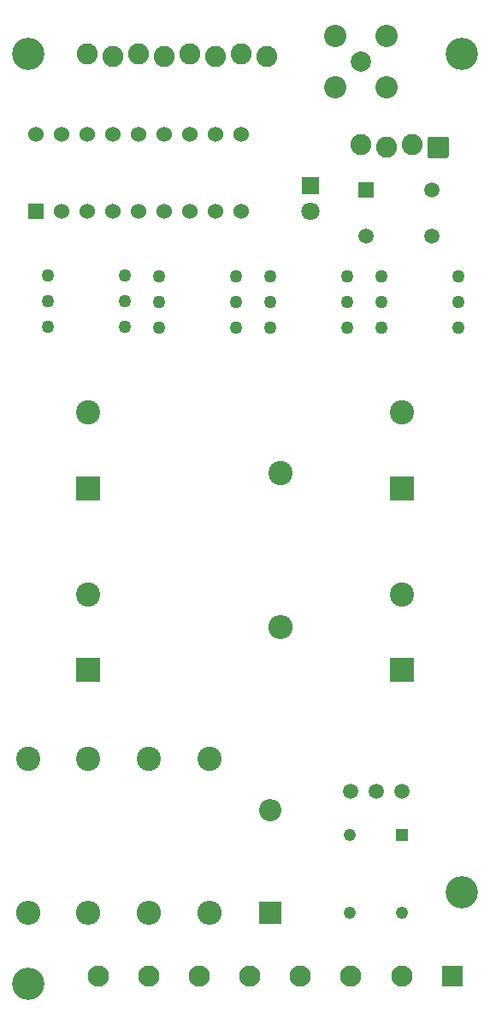
<source format=gts>
G04 #@! TF.GenerationSoftware,KiCad,Pcbnew,(5.1.7)-1*
G04 #@! TF.CreationDate,2021-02-12T16:01:14-08:00*
G04 #@! TF.ProjectId,tx,74782e6b-6963-4616-945f-706362585858,rev?*
G04 #@! TF.SameCoordinates,Original*
G04 #@! TF.FileFunction,Soldermask,Top*
G04 #@! TF.FilePolarity,Negative*
%FSLAX46Y46*%
G04 Gerber Fmt 4.6, Leading zero omitted, Abs format (unit mm)*
G04 Created by KiCad (PCBNEW (5.1.7)-1) date 2021-02-12 16:01:14*
%MOMM*%
%LPD*%
G01*
G04 APERTURE LIST*
%ADD10C,1.498600*%
%ADD11R,2.100000X2.100000*%
%ADD12C,2.100000*%
%ADD13C,3.200000*%
%ADD14R,1.524000X1.524000*%
%ADD15C,1.524000*%
%ADD16C,1.270000*%
%ADD17R,1.498600X1.498600*%
%ADD18O,2.400000X2.400000*%
%ADD19C,2.400000*%
%ADD20C,2.082800*%
%ADD21C,2.006600*%
%ADD22C,2.209800*%
%ADD23R,1.210000X1.210000*%
%ADD24C,1.210000*%
%ADD25O,2.200000X2.200000*%
%ADD26R,2.200000X2.200000*%
%ADD27C,1.800000*%
%ADD28R,1.800000X1.800000*%
%ADD29R,2.400000X2.400000*%
G04 APERTURE END LIST*
D10*
X158000000Y-124000000D03*
X155460000Y-124000000D03*
X152920000Y-124000000D03*
D11*
X163000000Y-142250000D03*
D12*
X158000000Y-142250000D03*
X153000000Y-142250000D03*
X148000000Y-142250000D03*
X143000000Y-142250000D03*
X138000000Y-142250000D03*
X133000000Y-142250000D03*
X128000000Y-142250000D03*
D13*
X164000000Y-134000000D03*
X121000000Y-143000000D03*
X164000000Y-51000000D03*
X121000000Y-51000000D03*
D14*
X121760000Y-66620000D03*
D15*
X124300000Y-66620000D03*
X126840000Y-66620000D03*
X129380000Y-66620000D03*
X131920000Y-66620000D03*
X134460000Y-66620000D03*
X137000000Y-66620000D03*
X139540000Y-66620000D03*
X142080000Y-66620000D03*
X142080000Y-59000000D03*
X139540000Y-59000000D03*
X137000000Y-59000000D03*
X134460000Y-59000000D03*
X131920000Y-59000000D03*
X129380000Y-59000000D03*
X126840000Y-59000000D03*
X124300000Y-59000000D03*
X121760000Y-59000000D03*
D16*
X145000000Y-73000000D03*
X145000000Y-75540000D03*
X145000000Y-78080000D03*
X152620000Y-78080000D03*
X152620000Y-75540000D03*
X152620000Y-73000000D03*
X156000000Y-73000000D03*
X156000000Y-75540000D03*
X156000000Y-78080000D03*
X163620000Y-78080000D03*
X163620000Y-75540000D03*
X163620000Y-73000000D03*
X123000000Y-72920000D03*
X123000000Y-75460000D03*
X123000000Y-78000000D03*
X130620000Y-78000000D03*
X130620000Y-75460000D03*
X130620000Y-72920000D03*
X134000000Y-73000000D03*
X134000000Y-75540000D03*
X134000000Y-78080000D03*
X141620000Y-78080000D03*
X141620000Y-75540000D03*
X141620000Y-73000000D03*
D17*
X154499999Y-64499999D03*
D10*
X154499999Y-69000000D03*
X161000001Y-69000000D03*
X161000001Y-64499999D03*
D18*
X139000000Y-136000000D03*
D19*
X139000000Y-120760000D03*
D18*
X133000000Y-136000000D03*
D19*
X133000000Y-120760000D03*
D18*
X127000000Y-136000000D03*
D19*
X127000000Y-120760000D03*
D18*
X121000000Y-136000000D03*
D19*
X121000000Y-120760000D03*
D18*
X146000000Y-107740000D03*
D19*
X146000000Y-92500000D03*
D20*
X154000000Y-60000000D03*
X159080000Y-60000000D03*
G36*
G01*
X162661400Y-59314200D02*
X162661400Y-61193800D01*
G75*
G02*
X162559800Y-61295400I-101600J0D01*
G01*
X160680200Y-61295400D01*
G75*
G02*
X160578600Y-61193800I0J101600D01*
G01*
X160578600Y-59314200D01*
G75*
G02*
X160680200Y-59212600I101600J0D01*
G01*
X162559800Y-59212600D01*
G75*
G02*
X162661400Y-59314200I0J-101600D01*
G01*
G37*
X156540000Y-60254000D03*
D21*
X154000000Y-51750000D03*
D22*
X151460000Y-49210000D03*
X151460000Y-54290000D03*
X156540000Y-54290000D03*
X156540000Y-49210000D03*
D20*
X126840000Y-51000000D03*
X129380000Y-51254000D03*
X131920000Y-51000000D03*
X134460000Y-51254000D03*
X137000000Y-51000000D03*
X139540000Y-51254000D03*
X142080000Y-51000000D03*
X144620000Y-51254000D03*
D23*
X158000000Y-128300000D03*
D24*
X152900000Y-128300000D03*
X152900000Y-136000000D03*
X158000000Y-136000000D03*
D25*
X145000000Y-125840000D03*
D26*
X145000000Y-136000000D03*
D27*
X149000000Y-66600000D03*
D28*
X149000000Y-64060000D03*
D19*
X158000000Y-104500000D03*
D29*
X158000000Y-112000000D03*
D19*
X158000000Y-86500000D03*
D29*
X158000000Y-94000000D03*
D19*
X127000000Y-104500000D03*
D29*
X127000000Y-112000000D03*
D19*
X127000000Y-86500000D03*
D29*
X127000000Y-94000000D03*
M02*

</source>
